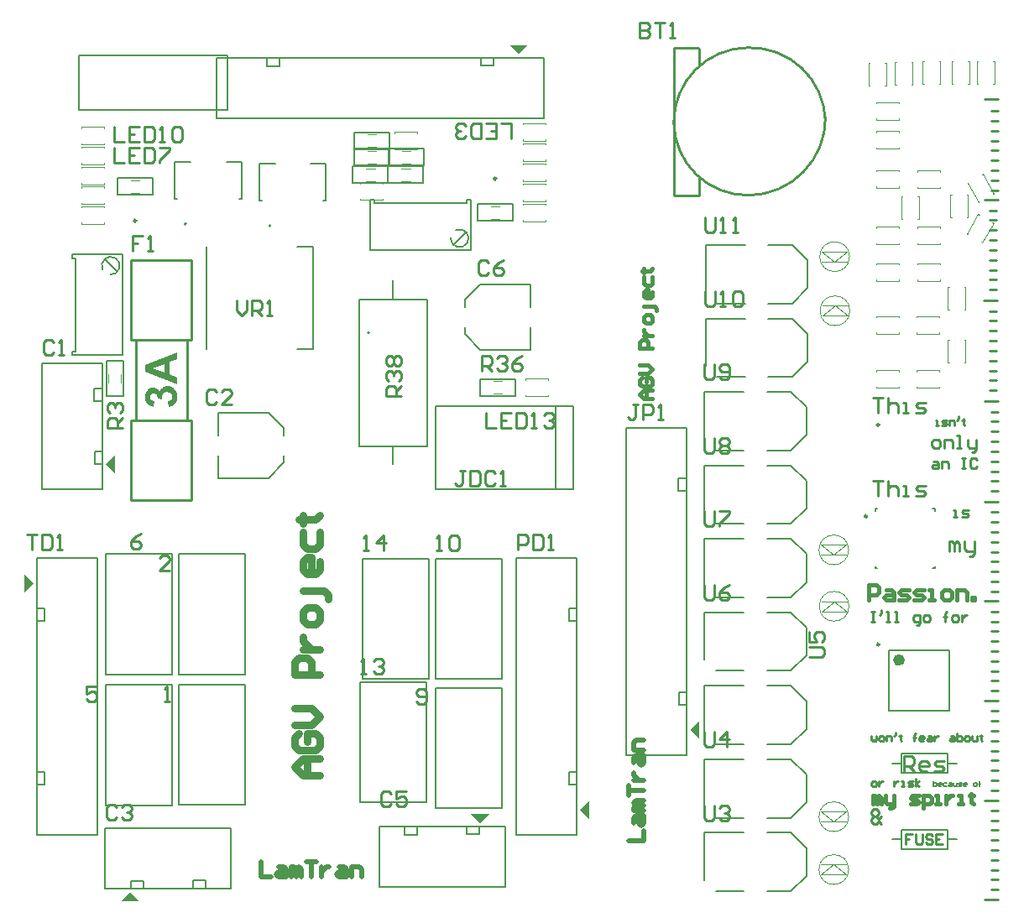
<source format=gto>
G04*
G04 #@! TF.GenerationSoftware,Altium Limited,Altium Designer,18.1.6 (161)*
G04*
G04 Layer_Color=65535*
%FSTAX24Y24*%
%MOIN*%
G70*
G01*
G75*
%ADD10C,0.0100*%
%ADD11C,0.0098*%
%ADD12C,0.0236*%
%ADD13C,0.0040*%
%ADD14C,0.0079*%
%ADD15C,0.0070*%
%ADD16C,0.0050*%
%ADD17C,0.0150*%
%ADD18C,0.0080*%
%ADD19C,0.0200*%
%ADD20C,0.0300*%
G36*
X089095Y036805D02*
X089805D01*
X089455Y037155D01*
Y037165D01*
X089095Y036805D01*
D02*
G37*
G36*
X103705Y040245D02*
X102995D01*
X103345Y039895D01*
Y039885D01*
X103705Y040245D01*
D02*
G37*
G36*
X107695Y04007D02*
Y04078D01*
X107345Y04043D01*
X107335D01*
X107695Y04007D01*
D02*
G37*
G36*
X085255Y04978D02*
Y04907D01*
X085605Y04942D01*
X085615D01*
X085255Y04978D01*
D02*
G37*
G36*
X112045Y043245D02*
Y043955D01*
X111695Y043605D01*
X111685D01*
X112045Y043245D01*
D02*
G37*
G36*
X088845Y053795D02*
Y054505D01*
X088495Y054155D01*
X088485D01*
X088845Y053795D01*
D02*
G37*
G36*
X10523Y070795D02*
X10452D01*
X10487Y070445D01*
Y070435D01*
X10523Y070795D01*
D02*
G37*
G36*
X09131Y058328D02*
X091024Y058221D01*
Y057711D01*
X09131Y057608D01*
Y057339D01*
X090047Y057829D01*
Y058098D01*
X09131Y058605D01*
Y058328D01*
D02*
G37*
G36*
X09096Y057262D02*
X090976Y05726D01*
X090991Y057258D01*
X09101Y057254D01*
X091031Y057248D01*
X091076Y057233D01*
X091099Y057223D01*
X091122Y057212D01*
X091147Y057198D01*
X09117Y057181D01*
X091193Y057162D01*
X091216Y057141D01*
X091218Y057139D01*
X091222Y057135D01*
X091227Y057129D01*
X091233Y057119D01*
X091243Y057108D01*
X091252Y057093D01*
X091264Y057077D01*
X091273Y057058D01*
X091285Y057037D01*
X091297Y057014D01*
X091306Y056989D01*
X091314Y056962D01*
X091322Y056933D01*
X091327Y056904D01*
X091331Y056872D01*
X091333Y056839D01*
Y056822D01*
X091331Y05681D01*
X091329Y056795D01*
X091327Y056777D01*
X091325Y056758D01*
X091322Y056739D01*
X09131Y056693D01*
X091291Y056645D01*
X091281Y056622D01*
X091268Y056597D01*
X091252Y056574D01*
X091235Y056552D01*
X091233Y056551D01*
X091231Y056549D01*
X091225Y056543D01*
X091218Y056535D01*
X091208Y056526D01*
X091195Y056516D01*
X091181Y056506D01*
X091166Y056495D01*
X091129Y056472D01*
X091085Y056451D01*
X091035Y056433D01*
X091006Y056428D01*
X090977Y056424D01*
X090949Y056658D01*
X090951D01*
X090953D01*
X090964Y05666D01*
X090979Y056664D01*
X091001Y05667D01*
X091022Y056677D01*
X091045Y056687D01*
X091068Y0567D01*
X091087Y056718D01*
X091089Y05672D01*
X091095Y056727D01*
X091102Y056737D01*
X09111Y056752D01*
X091118Y05677D01*
X091125Y056789D01*
X091131Y056812D01*
X091133Y056837D01*
Y05685D01*
X091129Y056864D01*
X091125Y056881D01*
X09112Y0569D01*
X09111Y056922D01*
X091097Y056943D01*
X091077Y056964D01*
X091076Y056966D01*
X091066Y056971D01*
X091054Y056981D01*
X091037Y056991D01*
X091014Y056998D01*
X090987Y057008D01*
X090956Y057014D01*
X090922Y057016D01*
X09092D01*
X090918D01*
X090906D01*
X090889Y057014D01*
X090868Y05701D01*
X090845Y057004D01*
X090822Y056995D01*
X090797Y056983D01*
X090776Y056966D01*
X090774Y056964D01*
X090768Y056956D01*
X090758Y056946D01*
X090749Y056931D01*
X090739Y056914D01*
X09073Y056893D01*
X090724Y05687D01*
X090722Y056845D01*
Y056827D01*
X090724Y056814D01*
X090726Y056798D01*
X09073Y056779D01*
X090735Y056758D01*
X090741Y056735D01*
X090545Y056762D01*
Y056777D01*
X090543Y056797D01*
X090541Y056818D01*
X090537Y056841D01*
X09053Y056866D01*
X090518Y056891D01*
X090505Y056912D01*
X090503Y056914D01*
X090497Y05692D01*
X090485Y056929D01*
X090472Y056939D01*
X090455Y056948D01*
X090434Y056958D01*
X09041Y056964D01*
X090384Y056966D01*
X090382D01*
X090372D01*
X090361Y056964D01*
X090347Y056962D01*
X090332Y056956D01*
X090314Y05695D01*
X090297Y056941D01*
X090282Y056927D01*
X09028Y056925D01*
X090276Y05692D01*
X09027Y056912D01*
X090263Y0569D01*
X090255Y056885D01*
X090249Y056868D01*
X090245Y056847D01*
X090243Y056823D01*
Y056814D01*
X090245Y056802D01*
X090249Y056787D01*
X090255Y05677D01*
X090263Y056752D01*
X090272Y056733D01*
X090288Y056716D01*
X090289Y056714D01*
X090295Y056708D01*
X090305Y056702D01*
X090318Y056693D01*
X090337Y056683D01*
X090359Y056675D01*
X090384Y056668D01*
X090412Y056664D01*
X090376Y056441D01*
X090374D01*
X09037Y056443D01*
X090364D01*
X090357Y056445D01*
X090336Y056451D01*
X090309Y056458D01*
X09028Y056468D01*
X090249Y056479D01*
X090218Y056495D01*
X090191Y05651D01*
X090188Y056512D01*
X09018Y05652D01*
X090168Y056529D01*
X090151Y056545D01*
X090134Y056564D01*
X090116Y056585D01*
X090099Y056612D01*
X090084Y056641D01*
Y056643D01*
X090082Y056645D01*
X090078Y056656D01*
X09007Y056674D01*
X090063Y056697D01*
X090057Y056725D01*
X090049Y056756D01*
X090045Y056793D01*
X090043Y056831D01*
Y056848D01*
X090045Y05686D01*
X090047Y056875D01*
X090049Y056893D01*
X090053Y056914D01*
X090057Y056935D01*
X090072Y056979D01*
X09008Y057004D01*
X090091Y057027D01*
X090105Y05705D01*
X09012Y057075D01*
X090138Y057096D01*
X090159Y057118D01*
X090161Y057119D01*
X090163Y057121D01*
X090168Y057125D01*
X090174Y057131D01*
X090193Y057146D01*
X09022Y057164D01*
X090251Y057179D01*
X090286Y057194D01*
X090326Y057204D01*
X090347Y057208D01*
X090368D01*
X09037D01*
X090376D01*
X090384Y057206D01*
X090395D01*
X09041Y057202D01*
X090426Y057198D01*
X090443Y057193D01*
X090462Y057185D01*
X090484Y057175D01*
X090505Y057164D01*
X090528Y057148D01*
X090549Y057131D01*
X090572Y05711D01*
X090593Y057085D01*
X090614Y057058D01*
X090633Y057025D01*
Y057027D01*
X090635Y057031D01*
Y057035D01*
X090637Y057043D01*
X090645Y057064D01*
X090655Y057087D01*
X090668Y057116D01*
X090687Y057144D01*
X09071Y057171D01*
X090737Y057198D01*
X090741Y0572D01*
X090751Y057208D01*
X090768Y057219D01*
X090791Y057231D01*
X09082Y057242D01*
X090854Y057254D01*
X090891Y057262D01*
X090933Y057264D01*
X090935D01*
X090941D01*
X090949D01*
X09096Y057262D01*
D02*
G37*
%LPC*%
G36*
X09081Y058138D02*
X090341Y057961D01*
X09081Y05779D01*
Y058138D01*
D02*
G37*
%LPD*%
D10*
X114036Y064837D02*
G03*
X117067Y067947I-000039J003071D01*
G01*
X111044Y067711D02*
G03*
X114036Y064837I002933J000059D01*
G01*
X113996Y070703D02*
G03*
X111044Y067711I00002J-002972D01*
G01*
X117067Y067789D02*
G03*
X113996Y070703I-002992J-000079D01*
G01*
X111044D02*
X112028D01*
X112067Y069994D02*
Y070663D01*
Y064837D02*
Y065545D01*
X111044Y064837D02*
X112067Y064837D01*
X111083D02*
X112028D01*
X111044Y064837D02*
X111122Y064837D01*
X111044Y064837D02*
Y070703D01*
X0919Y059094D02*
Y062264D01*
X0895Y059094D02*
Y062264D01*
X0919D01*
X0895Y059094D02*
X0919D01*
X0895Y055904D02*
X0919D01*
X0895Y052734D02*
X0919D01*
X0895D02*
Y055904D01*
X0919Y052734D02*
Y055904D01*
X09172Y057494D02*
Y059094D01*
X08968Y057494D02*
Y059094D01*
Y055904D02*
Y057504D01*
X09172Y055904D02*
Y057504D01*
X1193Y03985D02*
X1192Y03995D01*
X1191Y03985D01*
X119D01*
X1189Y03995D01*
Y04005D01*
X119Y04015D01*
X1189Y04025D01*
Y04035D01*
X119Y04045D01*
X1191D01*
X1192Y04035D01*
Y04025D01*
X1191Y04015D01*
X1192Y04005D01*
Y03995D01*
X1193Y04015D02*
X1192Y04005D01*
X119Y04015D02*
X1191D01*
X11895Y04135D02*
X11905D01*
X1191Y0414D01*
Y0415D01*
X11905Y04155D01*
X11895D01*
X1189Y0415D01*
Y0414D01*
X11895Y04135D01*
X1192Y04155D02*
Y04135D01*
Y04145D01*
X11925Y0415D01*
X1193Y04155D01*
X11935D01*
X1198D02*
Y04135D01*
Y04145D01*
X11985Y0415D01*
X1199Y04155D01*
X11995D01*
X1201Y04135D02*
X1202D01*
X12015D01*
Y04155D01*
X1201D01*
X12035Y04135D02*
X120499D01*
X120549Y0414D01*
X120499Y04145D01*
X1204D01*
X12035Y0415D01*
X1204Y04155D01*
X120549D01*
X120649Y04135D02*
Y04165D01*
Y04145D02*
X120799Y04155D01*
X120649Y04145D02*
X120799Y04135D01*
X1189Y04335D02*
Y0432D01*
X11895Y04315D01*
X119Y0432D01*
X11905Y04315D01*
X1191Y0432D01*
Y04335D01*
X11925Y04315D02*
X11935D01*
X1194Y0432D01*
Y0433D01*
X11935Y04335D01*
X11925D01*
X1192Y0433D01*
Y0432D01*
X11925Y04315D01*
X1195D02*
Y04335D01*
X11965D01*
X1197Y0433D01*
Y04315D01*
X11985Y0435D02*
Y0434D01*
X1198Y04335D01*
X12005Y0434D02*
Y04335D01*
X12D01*
X1201D01*
X12005D01*
Y0432D01*
X1201Y04315D01*
X120599D02*
Y0434D01*
Y0433D01*
X120549D01*
X120649D01*
X120599D01*
Y0434D01*
X120649Y04345D01*
X120949Y04315D02*
X120849D01*
X120799Y0432D01*
Y0433D01*
X120849Y04335D01*
X120949D01*
X120999Y0433D01*
Y04325D01*
X120799D01*
X121149Y04335D02*
X121249D01*
X121299Y0433D01*
Y04315D01*
X121149D01*
X121099Y0432D01*
X121149Y04325D01*
X121299D01*
X121399Y04335D02*
Y04315D01*
Y04325D01*
X121449Y0433D01*
X121499Y04335D01*
X121549D01*
X122049D02*
X122149D01*
X122199Y0433D01*
Y04315D01*
X122049D01*
X121999Y0432D01*
X122049Y04325D01*
X122199D01*
X122299Y04345D02*
Y04315D01*
X122449D01*
X122499Y0432D01*
Y04325D01*
Y0433D01*
X122449Y04335D01*
X122299D01*
X122649Y04315D02*
X122749D01*
X122799Y0432D01*
Y0433D01*
X122749Y04335D01*
X122649D01*
X122599Y0433D01*
Y0432D01*
X122649Y04315D01*
X122899Y04335D02*
Y0432D01*
X122949Y04315D01*
X123099D01*
Y04335D01*
X123249Y0434D02*
Y04335D01*
X123199D01*
X123299D01*
X123249D01*
Y0432D01*
X123299Y04315D01*
X1189Y0483D02*
X119033D01*
X118967D01*
Y0479D01*
X1189D01*
X119033D01*
X1193Y048367D02*
Y048233D01*
X119233Y048167D01*
X1195Y0479D02*
X119633D01*
X119566D01*
Y0483D01*
X1195D01*
X119833Y0479D02*
X119966D01*
X1199D01*
Y0483D01*
X119833D01*
X120699Y047767D02*
X120766D01*
X120833Y047833D01*
Y048167D01*
X120633D01*
X120566Y0481D01*
Y047967D01*
X120633Y0479D01*
X120833D01*
X121033D02*
X121166D01*
X121233Y047967D01*
Y0481D01*
X121166Y048167D01*
X121033D01*
X120966Y0481D01*
Y047967D01*
X121033Y0479D01*
X121832D02*
Y048233D01*
Y0481D01*
X121766D01*
X121899D01*
X121832D01*
Y048233D01*
X121899Y0483D01*
X122166Y0479D02*
X122299D01*
X122366Y047967D01*
Y0481D01*
X122299Y048167D01*
X122166D01*
X122099Y0481D01*
Y047967D01*
X122166Y0479D01*
X122499Y048167D02*
Y0479D01*
Y048033D01*
X122565Y0481D01*
X122632Y048167D01*
X122699D01*
X121975Y0507D02*
Y0511D01*
X122075D01*
X122175Y051D01*
Y0507D01*
Y051D01*
X122275Y0511D01*
X122375Y051D01*
Y0507D01*
X122575Y0511D02*
Y0508D01*
X122675Y0507D01*
X122975D01*
Y0506D01*
X122875Y0505D01*
X122775D01*
X122975Y0507D02*
Y0511D01*
X12215Y05205D02*
X122283D01*
X122217D01*
Y052317D01*
X12215D01*
X122483Y05205D02*
X122683D01*
X12275Y052117D01*
X122683Y052183D01*
X12255D01*
X122483Y05225D01*
X12255Y052317D01*
X12275D01*
X11895Y0535D02*
X11935D01*
X11915D01*
Y0529D01*
X11955Y0535D02*
Y0529D01*
Y0532D01*
X11965Y0533D01*
X11985D01*
X11995Y0532D01*
Y0529D01*
X12015D02*
X12035D01*
X12025D01*
Y0533D01*
X12015D01*
X120649Y0529D02*
X120949D01*
X121049Y053D01*
X120949Y0531D01*
X120749D01*
X120649Y0532D01*
X120749Y0533D01*
X121049D01*
X121367Y054267D02*
X1215D01*
X121567Y0542D01*
Y054D01*
X121367D01*
X1213Y054067D01*
X121367Y054133D01*
X121567D01*
X1217Y054D02*
Y054267D01*
X1219D01*
X121966Y0542D01*
Y054D01*
X1225Y0544D02*
X122633D01*
X122566D01*
Y054D01*
X1225D01*
X122633D01*
X123099Y054333D02*
X123033Y0544D01*
X122899D01*
X122833Y054333D01*
Y054067D01*
X122899Y054D01*
X123033D01*
X123099Y054067D01*
X121383Y0548D02*
X12155D01*
X121633Y054883D01*
Y05505D01*
X12155Y055133D01*
X121383D01*
X1213Y05505D01*
Y054883D01*
X121383Y0548D01*
X1218D02*
Y055133D01*
X12205D01*
X122133Y05505D01*
Y0548D01*
X1223D02*
X122466D01*
X122383D01*
Y0553D01*
X1223D01*
X122716Y055133D02*
Y054883D01*
X1228Y0548D01*
X123049D01*
Y054717D01*
X122966Y054633D01*
X122883D01*
X123049Y0548D02*
Y055133D01*
X12145Y0557D02*
X12155D01*
X1215D01*
Y0559D01*
X12145D01*
X1217Y0557D02*
X12185D01*
X1219Y05575D01*
X12185Y0558D01*
X12175D01*
X1217Y05585D01*
X12175Y0559D01*
X1219D01*
X122Y0557D02*
Y0559D01*
X12215D01*
X1222Y05585D01*
Y0557D01*
X12235Y05605D02*
Y05595D01*
X1223Y0559D01*
X12255Y05595D02*
Y0559D01*
X1225D01*
X1226D01*
X12255D01*
Y05575D01*
X1226Y0557D01*
X11895Y0568D02*
X11935D01*
X11915D01*
Y0562D01*
X11955Y0568D02*
Y0562D01*
Y0565D01*
X11965Y0566D01*
X11985D01*
X11995Y0565D01*
Y0562D01*
X12015D02*
X12035D01*
X12025D01*
Y0566D01*
X12015D01*
X120649Y0562D02*
X120949D01*
X121049Y0563D01*
X120949Y0564D01*
X120749D01*
X120649Y0565D01*
X120749Y0566D01*
X121049D01*
X12365Y068189D02*
X123917D01*
X12365Y067795D02*
X123917D01*
X12365Y067401D02*
X123917D01*
X12365Y067007D02*
X123917D01*
X12365Y066614D02*
X123917D01*
X12365Y06622D02*
X123917D01*
X12365Y065826D02*
X123917D01*
X12365Y065432D02*
X123917D01*
X12365Y065039D02*
X123917D01*
X1236Y064239D02*
X123867D01*
X1236Y063845D02*
X123867D01*
X1236Y063451D02*
X123867D01*
X1236Y063057D02*
X123867D01*
X1236Y062664D02*
X123867D01*
X1236Y06227D02*
X123867D01*
X1236Y061876D02*
X123867D01*
X1236Y061482D02*
X123867D01*
X1236Y061089D02*
X123867D01*
X1236Y060239D02*
X123867D01*
X1236Y059845D02*
X123867D01*
X1236Y059451D02*
X123867D01*
X1236Y059057D02*
X123867D01*
X1236Y058664D02*
X123867D01*
X1236Y05827D02*
X123867D01*
X1236Y057876D02*
X123867D01*
X1236Y057482D02*
X123867D01*
X1236Y057089D02*
X123867D01*
X12365Y056239D02*
X123917D01*
X12365Y055845D02*
X123917D01*
X12365Y055451D02*
X123917D01*
X12365Y055057D02*
X123917D01*
X12365Y054664D02*
X123917D01*
X12365Y05427D02*
X123917D01*
X12365Y053876D02*
X123917D01*
X12365Y053482D02*
X123917D01*
X12365Y053089D02*
X123917D01*
X12365Y0491D02*
X123917D01*
X12365Y049494D02*
X123917D01*
X12365Y049887D02*
X123917D01*
X12365Y050281D02*
X123917D01*
X12365Y050675D02*
X123917D01*
X12365Y051069D02*
X123917D01*
X12365Y051462D02*
X123917D01*
X12365Y051856D02*
X123917D01*
X12365Y05225D02*
X123917D01*
X12365Y04515D02*
X123917D01*
X12365Y045544D02*
X123917D01*
X12365Y045937D02*
X123917D01*
X12365Y046331D02*
X123917D01*
X12365Y046725D02*
X123917D01*
X12365Y047119D02*
X123917D01*
X12365Y047512D02*
X123917D01*
X12365Y047906D02*
X123917D01*
X12365Y0483D02*
X123917D01*
X12365Y0412D02*
X123917D01*
X12365Y041594D02*
X123917D01*
X12365Y041987D02*
X123917D01*
X12365Y042381D02*
X123917D01*
X12365Y042775D02*
X123917D01*
X12365Y043169D02*
X123917D01*
X12365Y043562D02*
X123917D01*
X12365Y043956D02*
X123917D01*
X12365Y04435D02*
X123917D01*
X12365Y0404D02*
X123917D01*
X12365Y040006D02*
X123917D01*
X12365Y039612D02*
X123917D01*
X12365Y039219D02*
X123917D01*
X12365Y038825D02*
X123917D01*
X12365Y038431D02*
X123917D01*
X12365Y038037D02*
X123917D01*
X12365Y037644D02*
X123917D01*
X12365Y03725D02*
X123917D01*
X12335Y060662D02*
X123883D01*
X1234Y064656D02*
X123933D01*
X1234Y056669D02*
X123933D01*
X1234Y052675D02*
X123933D01*
X1234Y06865D02*
X123933D01*
X1234Y048719D02*
X123933D01*
X1234Y044762D02*
X123933D01*
X1234Y040806D02*
X123933D01*
X1234Y03685D02*
X123933D01*
X120517Y03945D02*
X12025D01*
Y03925D01*
X120383D01*
X12025D01*
Y03905D01*
X12065Y03945D02*
Y039117D01*
X120717Y03905D01*
X12085D01*
X120916Y039117D01*
Y03945D01*
X121316Y039383D02*
X12125Y03945D01*
X121116D01*
X12105Y039383D01*
Y039317D01*
X121116Y03925D01*
X12125D01*
X121316Y039183D01*
Y039117D01*
X12125Y03905D01*
X121116D01*
X12105Y039117D01*
X121716Y03945D02*
X12145D01*
Y03905D01*
X121716D01*
X12145Y03925D02*
X121583D01*
X120175Y04195D02*
Y04255D01*
X120475D01*
X120575Y04245D01*
Y04225D01*
X120475Y04215D01*
X120175D01*
X120375D02*
X120575Y04195D01*
X121075D02*
X120875D01*
X120775Y04205D01*
Y04225D01*
X120875Y04235D01*
X121075D01*
X121175Y04225D01*
Y04215D01*
X120775D01*
X121375Y04195D02*
X121675D01*
X121774Y04205D01*
X121675Y04215D01*
X121475D01*
X121375Y04225D01*
X121475Y04235D01*
X121774D01*
X10967Y07168D02*
Y07108D01*
X10997D01*
X11007Y07118D01*
Y07128D01*
X10997Y07138D01*
X10967D01*
X10997D01*
X11007Y07148D01*
Y07158D01*
X10997Y07168D01*
X10967D01*
X11027D02*
X11067D01*
X11047D01*
Y07108D01*
X11087D02*
X11107D01*
X11097D01*
Y07168D01*
X11087Y07158D01*
X112295Y06395D02*
Y06345D01*
X112395Y06335D01*
X112595D01*
X112695Y06345D01*
Y06395D01*
X112895Y06335D02*
X113095D01*
X112995D01*
Y06395D01*
X112895Y06385D01*
X113395Y06335D02*
X113595D01*
X113495D01*
Y06395D01*
X113395Y06385D01*
X112293Y061031D02*
Y060531D01*
X112393Y060431D01*
X112593D01*
X112693Y060531D01*
Y061031D01*
X112892Y060431D02*
X113092D01*
X112992D01*
Y061031D01*
X112892Y060931D01*
X113392D02*
X113492Y061031D01*
X113692D01*
X113792Y060931D01*
Y060531D01*
X113692Y060431D01*
X113492D01*
X113392Y060531D01*
Y060931D01*
X11225Y058113D02*
Y057613D01*
X11235Y057513D01*
X11255D01*
X11265Y057613D01*
Y058113D01*
X11285Y057613D02*
X11295Y057513D01*
X11315D01*
X11325Y057613D01*
Y058013D01*
X11315Y058113D01*
X11295D01*
X11285Y058013D01*
Y057913D01*
X11295Y057813D01*
X11325D01*
X112243Y055196D02*
Y054696D01*
X112343Y054596D01*
X112543D01*
X112643Y054696D01*
Y055196D01*
X112842Y055096D02*
X112942Y055196D01*
X113142D01*
X113242Y055096D01*
Y054996D01*
X113142Y054896D01*
X113242Y054796D01*
Y054696D01*
X113142Y054596D01*
X112942D01*
X112842Y054696D01*
Y054796D01*
X112942Y054896D01*
X112842Y054996D01*
Y055096D01*
X112942Y054896D02*
X113142D01*
X112243Y052278D02*
Y051778D01*
X112343Y051678D01*
X112543D01*
X112643Y051778D01*
Y052278D01*
X112842D02*
X113242D01*
Y052178D01*
X112842Y051778D01*
Y051678D01*
X112243Y049359D02*
Y048859D01*
X112343Y048759D01*
X112543D01*
X112643Y048859D01*
Y049359D01*
X113242D02*
X113042Y049259D01*
X112842Y049059D01*
Y048859D01*
X112942Y048759D01*
X113142D01*
X113242Y048859D01*
Y048959D01*
X113142Y049059D01*
X112842D01*
X116433Y046487D02*
X116933D01*
X117033Y046587D01*
Y046787D01*
X116933Y046887D01*
X116433D01*
Y047487D02*
Y047087D01*
X116733D01*
X116633Y047287D01*
Y047387D01*
X116733Y047487D01*
X116933D01*
X117033Y047387D01*
Y047187D01*
X116933Y047087D01*
X112243Y04352D02*
Y04302D01*
X112343Y04292D01*
X112543D01*
X112643Y04302D01*
Y04352D01*
X113142Y04292D02*
Y04352D01*
X112842Y04322D01*
X113242D01*
X112243Y0406D02*
Y0401D01*
X112343Y04D01*
X112543D01*
X112643Y0401D01*
Y0406D01*
X112842Y0405D02*
X112942Y0406D01*
X113142D01*
X113242Y0405D01*
Y0404D01*
X113142Y0403D01*
X113042D01*
X113142D01*
X113242Y0402D01*
Y0401D01*
X113142Y04D01*
X112942D01*
X112842Y0401D01*
X109615Y056535D02*
X109415D01*
X109515D01*
Y056035D01*
X109415Y055935D01*
X109315D01*
X109215Y056035D01*
X109815Y055935D02*
Y056535D01*
X110115D01*
X110215Y056435D01*
Y056235D01*
X110115Y056135D01*
X109815D01*
X110415Y055935D02*
X110615D01*
X110515D01*
Y056535D01*
X110415Y056435D01*
X088825Y06755D02*
Y06695D01*
X089225D01*
X089825Y06755D02*
X089425D01*
Y06695D01*
X089825D01*
X089425Y06725D02*
X089625D01*
X090025Y06755D02*
Y06695D01*
X090325D01*
X090424Y06705D01*
Y06745D01*
X090325Y06755D01*
X090025D01*
X090624Y06695D02*
X090824D01*
X090724D01*
Y06755D01*
X090624Y06745D01*
X091124D02*
X091224Y06755D01*
X091424D01*
X091524Y06745D01*
Y06705D01*
X091424Y06695D01*
X091224D01*
X091124Y06705D01*
Y06745D01*
X088825Y066712D02*
Y066112D01*
X089225D01*
X089825Y066712D02*
X089425D01*
Y066112D01*
X089825D01*
X089425Y066412D02*
X089625D01*
X090025Y066712D02*
Y066112D01*
X090325D01*
X090424Y066212D01*
Y066612D01*
X090325Y066712D01*
X090025D01*
X090624D02*
X091024D01*
Y066612D01*
X090624Y066212D01*
Y066112D01*
X1046Y0671D02*
Y0677D01*
X1042D01*
X1036Y0671D02*
X104D01*
Y0677D01*
X1036D01*
X104Y0674D02*
X1038D01*
X1034Y0671D02*
Y0677D01*
X1031D01*
X103001Y0676D01*
Y0672D01*
X1031Y0671D01*
X1034D01*
X102801Y0672D02*
X102701Y0671D01*
X102501D01*
X102401Y0672D01*
Y0673D01*
X102501Y0674D01*
X102601D01*
X102501D01*
X102401Y0675D01*
Y0676D01*
X102501Y0677D01*
X102701D01*
X102801Y0676D01*
X092875Y05702D02*
X092775Y05712D01*
X092575D01*
X092475Y05702D01*
Y05662D01*
X092575Y05652D01*
X092775D01*
X092875Y05662D01*
X093474Y05652D02*
X093075D01*
X093474Y05692D01*
Y05702D01*
X093374Y05712D01*
X093174D01*
X093075Y05702D01*
X10023Y05686D02*
X09963D01*
Y05716D01*
X09973Y05726D01*
X09993D01*
X10003Y05716D01*
Y05686D01*
Y05706D02*
X10023Y05726D01*
X09973Y05746D02*
X09963Y05756D01*
Y05776D01*
X09973Y05786D01*
X09983D01*
X09993Y05776D01*
Y05766D01*
Y05776D01*
X10003Y05786D01*
X10013D01*
X10023Y05776D01*
Y05756D01*
X10013Y05746D01*
X09973Y05806D02*
X09963Y05816D01*
Y05836D01*
X09973Y058459D01*
X09983D01*
X09993Y05836D01*
X10003Y058459D01*
X10013D01*
X10023Y05836D01*
Y05816D01*
X10013Y05806D01*
X10003D01*
X09993Y05816D01*
X09983Y05806D01*
X09973D01*
X09993Y05816D02*
Y05836D01*
X10486Y05076D02*
Y05136D01*
X10516D01*
X10526Y05126D01*
Y05106D01*
X10516Y05096D01*
X10486D01*
X10546Y05136D02*
Y05076D01*
X10576D01*
X10586Y05086D01*
Y05126D01*
X10576Y05136D01*
X10546D01*
X10606Y05076D02*
X10626D01*
X10616D01*
Y05136D01*
X10606Y05126D01*
X08995Y063214D02*
X08955D01*
Y062914D01*
X08975D01*
X08955D01*
Y062614D01*
X09015D02*
X09035D01*
X09025D01*
Y063214D01*
X09015Y063114D01*
X08642Y05898D02*
X08632Y05908D01*
X08612D01*
X08602Y05898D01*
Y05858D01*
X08612Y05848D01*
X08632D01*
X08642Y05858D01*
X08662Y05848D02*
X08682D01*
X08672D01*
Y05908D01*
X08662Y05898D01*
X0937Y06065D02*
Y06025D01*
X0939Y06005D01*
X0941Y06025D01*
Y06065D01*
X0943Y06005D02*
Y06065D01*
X0946D01*
X0947Y06055D01*
Y06035D01*
X0946Y06025D01*
X0943D01*
X0945D02*
X0947Y06005D01*
X0949D02*
X0951D01*
X095D01*
Y06065D01*
X0949Y06055D01*
X10343Y05786D02*
Y05846D01*
X10373D01*
X10383Y05836D01*
Y05816D01*
X10373Y05806D01*
X10343D01*
X10363D02*
X10383Y05786D01*
X10403Y05836D02*
X10413Y05846D01*
X10433D01*
X10443Y05836D01*
Y05826D01*
X10433Y05816D01*
X10423D01*
X10433D01*
X10443Y05806D01*
Y05796D01*
X10433Y05786D01*
X10413D01*
X10403Y05796D01*
X105029Y05846D02*
X10483Y05836D01*
X10463Y05816D01*
Y05796D01*
X10473Y05786D01*
X10493D01*
X105029Y05796D01*
Y05806D01*
X10493Y05816D01*
X10463D01*
X089163Y0556D02*
X088563D01*
Y0559D01*
X088663Y056D01*
X088863D01*
X088963Y0559D01*
Y0556D01*
Y0558D02*
X089163Y056D01*
X088663Y0562D02*
X088563Y0563D01*
Y0565D01*
X088663Y0566D01*
X088763D01*
X088863Y0565D01*
Y0564D01*
Y0565D01*
X088963Y0566D01*
X089063D01*
X089163Y0565D01*
Y0563D01*
X089063Y0562D01*
X1036Y056189D02*
Y055589D01*
X104D01*
X1046Y056189D02*
X1042D01*
Y055589D01*
X1046D01*
X1042Y055889D02*
X1044D01*
X1048Y056189D02*
Y055589D01*
X1051D01*
X105199Y055689D01*
Y056089D01*
X1051Y056189D01*
X1048D01*
X105399Y055589D02*
X105599D01*
X105499D01*
Y056189D01*
X105399Y056089D01*
X105899D02*
X105999Y056189D01*
X106199D01*
X106299Y056089D01*
Y055989D01*
X106199Y055889D01*
X106099D01*
X106199D01*
X106299Y055789D01*
Y055689D01*
X106199Y055589D01*
X105999D01*
X105899Y055689D01*
X10275Y053897D02*
X10255D01*
X10265D01*
Y053397D01*
X10255Y053297D01*
X10245D01*
X10235Y053397D01*
X10295Y053897D02*
Y053297D01*
X10325D01*
X10335Y053397D01*
Y053797D01*
X10325Y053897D01*
X10295D01*
X103949Y053797D02*
X10385Y053897D01*
X10365D01*
X10355Y053797D01*
Y053397D01*
X10365Y053297D01*
X10385D01*
X103949Y053397D01*
X104149Y053297D02*
X104349D01*
X104249D01*
Y053897D01*
X104149Y053797D01*
X1037Y06215D02*
X1036Y06225D01*
X1034D01*
X1033Y06215D01*
Y06175D01*
X1034Y06165D01*
X1036D01*
X1037Y06175D01*
X1043Y06225D02*
X1041Y06215D01*
X1039Y06195D01*
Y06175D01*
X104Y06165D01*
X1042D01*
X1043Y06175D01*
Y06185D01*
X1042Y06195D01*
X1039D01*
X09981Y041045D02*
X09971Y041145D01*
X09951D01*
X09941Y041045D01*
Y040645D01*
X09951Y040545D01*
X09971D01*
X09981Y040645D01*
X10041Y041145D02*
X10001D01*
Y040845D01*
X10021Y040945D01*
X10031D01*
X10041Y040845D01*
Y040645D01*
X10031Y040545D01*
X10011D01*
X10001Y040645D01*
X09873Y05074D02*
X09893D01*
X09883D01*
Y05134D01*
X09873Y05124D01*
X09953Y05074D02*
Y05134D01*
X09923Y05104D01*
X09963D01*
X09863Y045835D02*
X09883D01*
X09873D01*
Y046435D01*
X09863Y046335D01*
X09913D02*
X09923Y046435D01*
X09943D01*
X09953Y046335D01*
Y046235D01*
X09943Y046135D01*
X09933D01*
X09943D01*
X09953Y046035D01*
Y045935D01*
X09943Y045835D01*
X09923D01*
X09913Y045935D01*
X10163Y05074D02*
X10183D01*
X10173D01*
Y05134D01*
X10163Y05124D01*
X10213D02*
X10223Y05134D01*
X10243D01*
X10253Y05124D01*
Y05084D01*
X10243Y05074D01*
X10223D01*
X10213Y05084D01*
Y05124D01*
X10083Y04471D02*
X10093Y04461D01*
X10113D01*
X10123Y04471D01*
Y04511D01*
X10113Y04521D01*
X10093D01*
X10083Y04511D01*
Y04501D01*
X10093Y04491D01*
X10123D01*
X08536Y05136D02*
X08576D01*
X08556D01*
Y05076D01*
X08596Y05136D02*
Y05076D01*
X08626D01*
X08636Y05086D01*
Y05126D01*
X08626Y05136D01*
X08596D01*
X08656Y05076D02*
X08676D01*
X08666D01*
Y05136D01*
X08656Y05126D01*
X08892Y04054D02*
X08882Y04064D01*
X08862D01*
X08852Y04054D01*
Y04014D01*
X08862Y04004D01*
X08882D01*
X08892Y04014D01*
X08912Y04054D02*
X08922Y04064D01*
X08942D01*
X08952Y04054D01*
Y04044D01*
X08942Y04034D01*
X08932D01*
X08942D01*
X08952Y04024D01*
Y04014D01*
X08942Y04004D01*
X08922D01*
X08912Y04014D01*
X08813Y04532D02*
X08773D01*
Y04502D01*
X08793Y04512D01*
X08803D01*
X08813Y04502D01*
Y04482D01*
X08803Y04472D01*
X08783D01*
X08773Y04482D01*
X0899Y0514D02*
X0897Y0513D01*
X0895Y0511D01*
Y0509D01*
X0896Y0508D01*
X0898D01*
X0899Y0509D01*
Y051D01*
X0898Y0511D01*
X0895D01*
X09083Y04474D02*
X09103D01*
X09093D01*
Y04534D01*
X09083Y04524D01*
X09103Y04992D02*
X09063D01*
X09103Y05032D01*
Y05042D01*
X09093Y05052D01*
X09073D01*
X09063Y05042D01*
D11*
X118723Y052084D02*
G03*
X118723Y052084I-000049J0D01*
G01*
X119206Y055715D02*
G03*
X119206Y055715I-000049J0D01*
G01*
X11921Y046993D02*
G03*
X11921Y046993I-000049J0D01*
G01*
X089699Y063824D02*
G03*
X089699Y063824I-000049J0D01*
G01*
X103999Y065501D02*
G03*
X103999Y065501I-000049J0D01*
G01*
D12*
X120106Y046373D02*
G03*
X120106Y046373I-000118J0D01*
G01*
D13*
X117991Y050748D02*
G03*
X117991Y050748I-000591J0D01*
G01*
X118003Y048509D02*
G03*
X118003Y048509I-000591J0D01*
G01*
X118036Y060248D02*
G03*
X118036Y060248I-000591J0D01*
G01*
X118023Y062398D02*
G03*
X118023Y062398I-000591J0D01*
G01*
X117991Y03805D02*
G03*
X117991Y03805I-000591J0D01*
G01*
Y04015D02*
G03*
X117991Y04015I-000591J0D01*
G01*
X119988Y068483D02*
Y068533D01*
X119088D02*
X119988D01*
X119088Y068483D02*
Y068533D01*
X119988Y067833D02*
Y067883D01*
X119088Y067833D02*
X119988D01*
X119088D02*
Y067883D01*
X119425Y069183D02*
X119475D01*
Y070083D01*
X119425D02*
X119475D01*
X118775Y069183D02*
X118825D01*
X118775D02*
Y070083D01*
X118825D01*
X120475Y069218D02*
X120525D01*
Y070118D01*
X120475D02*
X120525D01*
X119825Y069218D02*
X119875D01*
X119825D02*
Y070118D01*
X119875D01*
X121575Y069246D02*
X121625D01*
Y070146D01*
X121575D02*
X121625D01*
X120925Y069246D02*
X120975D01*
X120925D02*
Y070146D01*
X120975D01*
X122724Y069246D02*
X122774D01*
Y070146D01*
X122724D02*
X122774D01*
X122074Y069246D02*
X122124D01*
X122074D02*
Y070146D01*
X122124D01*
X123725Y069246D02*
X123775D01*
Y070146D01*
X123725D02*
X123775D01*
X123075Y069246D02*
X123125D01*
X123075D02*
Y070146D01*
X123125D01*
X120725Y0639D02*
X120775D01*
Y0648D01*
X120725D02*
X120775D01*
X120075Y0639D02*
X120125D01*
X120075D02*
Y0648D01*
X120125D01*
X119988Y063533D02*
Y063583D01*
X119088D02*
X119988D01*
X119088Y063533D02*
Y063583D01*
X119988Y062883D02*
Y062933D01*
X119088Y062883D02*
X119988D01*
X119088D02*
Y062933D01*
X121625Y063533D02*
Y063583D01*
X120725D02*
X121625D01*
X120725Y063533D02*
Y063583D01*
X121625Y062883D02*
Y062933D01*
X120725Y062883D02*
X121625D01*
X120725D02*
Y062933D01*
X122675Y06395D02*
X122725D01*
Y06485D01*
X122675D02*
X122725D01*
X122025Y06395D02*
X122075D01*
X122025D02*
Y06485D01*
X122075D01*
X121625Y065776D02*
Y065826D01*
X120725D02*
X121625D01*
X120725Y065776D02*
Y065826D01*
X121625Y065126D02*
Y065176D01*
X120725Y065126D02*
X121625D01*
X120725D02*
Y065176D01*
X119988Y065783D02*
Y065833D01*
X119088D02*
X119988D01*
X119088Y065783D02*
Y065833D01*
X119988Y065133D02*
Y065183D01*
X119088Y065133D02*
X119988D01*
X119088D02*
Y065183D01*
X119988Y067333D02*
Y067383D01*
X119088D02*
X119988D01*
X119088Y067333D02*
Y067383D01*
X119988Y066683D02*
Y066733D01*
X119088Y066683D02*
X119988D01*
X119088D02*
Y066733D01*
X121601Y059983D02*
Y060033D01*
X120701D02*
X121601D01*
X120701Y059983D02*
Y060033D01*
X121601Y059333D02*
Y059383D01*
X120701Y059333D02*
X121601D01*
X120701D02*
Y059383D01*
X119998Y059983D02*
Y060033D01*
X119098D02*
X119998D01*
X119098Y059983D02*
Y060033D01*
X119998Y059333D02*
Y059383D01*
X119098Y059333D02*
X119998D01*
X119098D02*
Y059383D01*
X121925Y061183D02*
X121975D01*
X121925Y060283D02*
Y061183D01*
Y060283D02*
X121975D01*
X122575Y061183D02*
X122625D01*
Y060283D02*
Y061183D01*
X122575Y060283D02*
X122625D01*
X12162Y062083D02*
Y062133D01*
X12072D02*
X12162D01*
X12072Y062083D02*
Y062133D01*
X12162Y061433D02*
Y061483D01*
X12072Y061433D02*
X12162D01*
X12072D02*
Y061483D01*
X119998Y062083D02*
Y062133D01*
X119098D02*
X119998D01*
X119098Y062083D02*
Y062133D01*
X119998Y061433D02*
Y061483D01*
X119098Y061433D02*
X119998D01*
X119098D02*
Y061483D01*
X123133Y064088D02*
X123176Y064063D01*
X122683Y063308D02*
X123133Y064088D01*
X122683Y063308D02*
X122726Y063283D01*
X123695Y063763D02*
X123739Y063738D01*
X123289Y062958D02*
X123739Y063738D01*
X123245Y062983D02*
X123289Y062958D01*
X12372Y064883D02*
X123764Y064908D01*
X123314Y065688D02*
X123764Y064908D01*
X12327Y065663D02*
X123314Y065688D01*
X123158Y064558D02*
X123201Y064583D01*
X122708Y065338D02*
X123158Y064558D01*
X122708Y065338D02*
X122751Y065363D01*
X122574Y058183D02*
X122624D01*
Y059083D01*
X122574D02*
X122624D01*
X121924Y058183D02*
X121974D01*
X121924D02*
Y059083D01*
X121974D01*
X121601Y057833D02*
Y057883D01*
X120701D02*
X121601D01*
X120701Y057833D02*
Y057883D01*
X121601Y057183D02*
Y057233D01*
X120701Y057183D02*
X121601D01*
X120701D02*
Y057233D01*
X119998Y057833D02*
Y057883D01*
X119098D02*
X119998D01*
X119098Y057833D02*
Y057883D01*
X119998Y057183D02*
Y057233D01*
X119098Y057183D02*
X119998D01*
X119098D02*
Y057233D01*
X1174Y050548D02*
X1179D01*
X1174D02*
X1179Y050948D01*
X1169Y050548D02*
X1174D01*
X1169Y050948D02*
X1174Y050548D01*
X1169Y050948D02*
X1179D01*
X116913Y048709D02*
X117413D01*
X116913Y048309D02*
X117413Y048709D01*
X117913D01*
X117413D02*
X117913Y048309D01*
X116913D02*
X117913D01*
X116945Y060448D02*
X117445D01*
X116945Y060048D02*
X117445Y060448D01*
X117945D01*
X117445D02*
X117945Y060048D01*
X116945D02*
X117945D01*
X117433Y062198D02*
X117933D01*
X117433D02*
X117933Y062598D01*
X116933Y062198D02*
X117433D01*
X116933Y062598D02*
X117433Y062198D01*
X116933Y062598D02*
X117933D01*
X1169Y03825D02*
X1174D01*
X1169Y03785D02*
X1174Y03825D01*
X1179D01*
X1174D02*
X1179Y03785D01*
X1169D02*
X1179D01*
X1174Y03995D02*
X1179D01*
X1174D02*
X1179Y04035D01*
X1169Y03995D02*
X1174D01*
X1169Y04035D02*
X1174Y03995D01*
X1169Y04035D02*
X1179D01*
X0886Y05738D02*
Y05772D01*
X0891Y05738D02*
Y05772D01*
X0986Y06465D02*
Y0647D01*
Y06465D02*
X0995D01*
Y0647D01*
X0986Y0653D02*
Y06535D01*
X0995D01*
Y0653D02*
Y06535D01*
X09883Y0659D02*
X09917D01*
X09883Y0654D02*
X09917D01*
X09888Y06675D02*
X09922D01*
X09888Y06725D02*
X09922D01*
X09995Y06665D02*
Y0667D01*
Y06665D02*
X10085D01*
Y0667D01*
X09995Y0673D02*
Y06735D01*
X10085D01*
Y0673D02*
Y06735D01*
X100243Y0666D02*
X100583D01*
X100243Y0661D02*
X100583D01*
X09888Y0666D02*
X09922D01*
X09888Y0661D02*
X09922D01*
X10023Y0659D02*
X10057D01*
X10023Y0654D02*
X10057D01*
X10378Y0644D02*
X10412D01*
X10378Y0639D02*
X10412D01*
X08948Y064925D02*
X08982D01*
X08948Y065425D02*
X08982D01*
X088425Y06435D02*
Y0644D01*
X087525D02*
X088425D01*
X087525Y06435D02*
Y0644D01*
X088425Y0637D02*
Y06375D01*
X087525Y0637D02*
X088425D01*
X087525D02*
Y06375D01*
X088425Y065925D02*
Y065975D01*
X087525D02*
X088425D01*
X087525Y065925D02*
Y065975D01*
X088425Y065275D02*
Y065325D01*
X087525Y065275D02*
X088425D01*
X087525D02*
Y065325D01*
X088425Y066712D02*
Y066762D01*
X087525D02*
X088425D01*
X087525Y066712D02*
Y066762D01*
X088425Y066062D02*
Y066112D01*
X087525Y066062D02*
X088425D01*
X087525D02*
Y066112D01*
X088425Y065138D02*
Y065188D01*
X087525D02*
X088425D01*
X087525Y065138D02*
Y065188D01*
X088425Y064488D02*
Y064538D01*
X087525Y064488D02*
X088425D01*
X087525D02*
Y064538D01*
X088425Y0675D02*
Y06755D01*
X087525D02*
X088425D01*
X087525Y0675D02*
Y06755D01*
X088425Y06685D02*
Y0669D01*
X087525Y06685D02*
X088425D01*
X087525D02*
Y0669D01*
X10505Y067D02*
Y06705D01*
Y067D02*
X10595D01*
Y06705D01*
X10505Y06765D02*
Y0677D01*
X10595D01*
Y06765D02*
Y0677D01*
X10505Y0654D02*
Y06545D01*
Y0654D02*
X10595D01*
Y06545D01*
X10505Y06605D02*
Y0661D01*
X10595D01*
Y06605D02*
Y0661D01*
X10505Y0662D02*
Y06625D01*
Y0662D02*
X10595D01*
Y06625D01*
X10505Y06685D02*
Y0669D01*
X10595D01*
Y06685D02*
Y0669D01*
X10505Y0638D02*
Y06385D01*
Y0638D02*
X10595D01*
Y06385D01*
X10505Y06445D02*
Y0645D01*
X10595D01*
Y06445D02*
Y0645D01*
X10505Y0646D02*
Y06465D01*
Y0646D02*
X10595D01*
Y06465D01*
X10505Y06525D02*
Y0653D01*
X10595D01*
Y06525D02*
Y0653D01*
X10605Y0575D02*
Y05755D01*
X10515D02*
X10605D01*
X10515Y0575D02*
Y05755D01*
X10605Y05685D02*
Y0569D01*
X10515Y05685D02*
X10605D01*
X10515D02*
Y0569D01*
X10388Y05745D02*
X10422D01*
X10388Y05695D02*
X10422D01*
D14*
X098957Y059372D02*
G03*
X098957Y059372I-000039J0D01*
G01*
X095038Y063628D02*
G03*
X095038Y063628I-000039J0D01*
G01*
X091688Y063695D02*
G03*
X091688Y063695I-000039J0D01*
G01*
X12141Y050017D02*
Y0501D01*
X121327Y050017D02*
X12141D01*
X119048D02*
X11913D01*
X119048D02*
Y0501D01*
X12141Y052297D02*
Y05238D01*
X121327D02*
X12141D01*
X119048D02*
X11913D01*
X119048Y052297D02*
Y05238D01*
X119594Y044365D02*
Y046767D01*
X121996Y044365D02*
Y046767D01*
X119594D02*
X121996D01*
X119594Y044365D02*
X121996D01*
X0999Y05485D02*
X10125D01*
X08847Y0458D02*
Y04992D01*
Y0458D02*
X09113D01*
Y05058D01*
X08847D02*
X09113D01*
X08847Y04991D02*
Y05058D01*
X087426Y06822D02*
Y0704D01*
X093326Y06822D02*
Y0704D01*
X087426Y06822D02*
X093326D01*
X087426Y0704D02*
X093326D01*
X10423Y040495D02*
Y041165D01*
X10157Y040495D02*
X10423D01*
X10157D02*
Y045275D01*
X10423D01*
Y041155D02*
Y045275D01*
X10157Y049735D02*
Y050405D01*
X10423D01*
Y045625D02*
Y050405D01*
X10157Y045625D02*
X10423D01*
X10157D02*
Y049745D01*
X10123Y04072D02*
Y04139D01*
X09857Y04072D02*
X10123D01*
X09857D02*
Y0455D01*
X10123D01*
Y04138D02*
Y0455D01*
X09867Y049735D02*
Y050405D01*
X10133D01*
Y045625D02*
Y050405D01*
X09867Y045625D02*
X10133D01*
X09867D02*
Y049745D01*
X09403Y04062D02*
Y04129D01*
X09137Y04062D02*
X09403D01*
X09137D02*
Y0454D01*
X09403D01*
Y04128D02*
Y0454D01*
X09137Y04991D02*
Y05058D01*
X09403D01*
Y0458D02*
Y05058D01*
X09137Y0458D02*
X09403D01*
X09137D02*
Y04992D01*
X09113Y040597D02*
Y041267D01*
X08847Y040597D02*
X09113D01*
X08847D02*
Y045377D01*
X09113D01*
Y041257D02*
Y045377D01*
D15*
X10218Y063142D02*
G03*
X102386Y063454I000358J-000013D01*
G01*
X08867Y06168D02*
G03*
X088359Y061886I000013J000358D01*
G01*
X12192Y03925D02*
X12227D01*
X12007Y03887D02*
X12192D01*
X11973Y03925D02*
X12007D01*
Y03963D02*
X12192D01*
X12007Y03887D02*
Y03963D01*
X12192Y03887D02*
Y03963D01*
Y042275D02*
X12227D01*
X12007Y041895D02*
X12192D01*
X11973Y042275D02*
X12007D01*
Y042655D02*
X12192D01*
X12007Y041895D02*
Y042655D01*
X12192Y041895D02*
Y042655D01*
X10915Y0556D02*
X11055D01*
X10915Y0426D02*
X11155D01*
Y0556D01*
X11055D02*
X11155D01*
X10915Y0426D02*
Y0556D01*
X11124Y04459D02*
X11154D01*
X11124D02*
Y04509D01*
X11154D01*
X11122Y0531D02*
X11152D01*
X11122D02*
Y0536D01*
X11152D01*
X10705Y05315D02*
Y05645D01*
X1016Y05315D02*
Y05645D01*
Y05315D02*
X10705D01*
X1016Y05645D02*
X10705D01*
X10635Y05315D02*
Y05645D01*
X0999Y05415D02*
Y05485D01*
Y0607D02*
Y06145D01*
X10125Y05485D02*
Y0607D01*
X09855D02*
X10125D01*
X09855Y05485D02*
Y0607D01*
Y05485D02*
X0999D01*
X1023Y06287D02*
X1028Y06337D01*
X103Y06265D02*
Y06465D01*
X10283D02*
X103D01*
X10283Y06453D02*
Y06465D01*
X09914Y06453D02*
X10283D01*
X09914D02*
Y06465D01*
X09899D02*
X09914D01*
X09899Y06265D02*
Y06465D01*
Y06265D02*
X103D01*
X092875Y0679D02*
Y0693D01*
X105875Y0679D02*
Y0703D01*
X092875D02*
X105875D01*
X092875Y0693D02*
Y0703D01*
Y0679D02*
X105875D01*
X103885Y06999D02*
Y07029D01*
X103385Y06999D02*
X103885D01*
X103385D02*
Y07029D01*
X095375Y06997D02*
Y07027D01*
X094875Y06997D02*
X095375D01*
X094875D02*
Y07027D01*
X10689Y048425D02*
X10719D01*
X10689Y047925D02*
Y048425D01*
Y047925D02*
X10719D01*
X1069Y041925D02*
X1072D01*
X1069Y041425D02*
Y041925D01*
Y041425D02*
X1072D01*
X1048Y039425D02*
Y050425D01*
X1062D02*
X1072D01*
Y039425D02*
Y050425D01*
X1048Y039425D02*
X1072D01*
X1048Y050425D02*
X1062D01*
X08576Y041425D02*
X08606D01*
Y041925D01*
X08576D02*
X08606D01*
X08575Y047925D02*
X08605D01*
Y048425D01*
X08575D02*
X08605D01*
X08815Y039425D02*
Y050425D01*
X08575Y039425D02*
X08675D01*
X08575D02*
Y050425D01*
X08815D01*
X08675Y039425D02*
X08815D01*
X08595Y05815D02*
X08735D01*
X08595Y05315D02*
X08835D01*
Y05815D01*
X08735D02*
X08835D01*
X08595Y05315D02*
Y05815D01*
X08805Y05417D02*
X08835D01*
X08805D02*
Y05467D01*
X08835D01*
X08803Y05665D02*
X08833D01*
X08803D02*
Y05715D01*
X08833D01*
X088443Y0623D02*
X088943Y0618D01*
X087163Y0625D02*
X089163D01*
X087163Y06233D02*
Y0625D01*
Y06233D02*
X087283D01*
Y05864D02*
Y06233D01*
X087163Y05864D02*
X087283D01*
X087163Y05849D02*
Y05864D01*
Y05849D02*
X089163D01*
Y0625D01*
X09935Y03735D02*
Y03875D01*
X10435Y03735D02*
Y03975D01*
X09935D02*
X10435D01*
X09935Y03875D02*
Y03975D01*
Y03735D02*
X10435D01*
X10333Y03945D02*
Y03975D01*
X10283Y03945D02*
X10333D01*
X10283D02*
Y03975D01*
X10085Y03943D02*
Y03973D01*
X10035Y03943D02*
X10085D01*
X10035D02*
Y03973D01*
X09345Y0383D02*
Y0397D01*
X08845Y0373D02*
Y0397D01*
Y0373D02*
X09345D01*
Y0383D01*
X08845Y0397D02*
X09345D01*
X08947Y0373D02*
Y0376D01*
X08997D01*
Y0373D02*
Y0376D01*
X09195Y03732D02*
Y03762D01*
X09245D01*
Y03732D02*
Y03762D01*
D16*
X112255Y04348D02*
Y04535D01*
X113822D01*
X112708Y043028D02*
X113822D01*
X114743D02*
X1157D01*
X114743Y04535D02*
X1157D01*
X11631Y043638D02*
Y04474D01*
X1157Y043028D02*
X11631Y043638D01*
X1157Y04535D02*
X11631Y04474D01*
X112255Y040562D02*
Y042432D01*
X113822D01*
X112708Y040109D02*
X113822D01*
X114743D02*
X1157D01*
X114743Y042432D02*
X1157D01*
X11631Y040719D02*
Y041822D01*
X1157Y040109D02*
X11631Y040719D01*
X1157Y042432D02*
X11631Y041822D01*
X112255Y037643D02*
Y039513D01*
X113822D01*
X112708Y037191D02*
X113822D01*
X114743D02*
X1157D01*
X114743Y039513D02*
X1157D01*
X11631Y037801D02*
Y038903D01*
X1157Y037191D02*
X11631Y037801D01*
X1157Y039513D02*
X11631Y038903D01*
X112255Y052236D02*
Y054106D01*
X113822D01*
X112708Y051783D02*
X113822D01*
X114743D02*
X1157D01*
X114743Y054106D02*
X1157D01*
X11631Y052393D02*
Y053496D01*
X1157Y051783D02*
X11631Y052393D01*
X1157Y054106D02*
X11631Y053496D01*
X112255Y049317D02*
Y051187D01*
X113822D01*
X112708Y048865D02*
X113822D01*
X114743D02*
X1157D01*
X114743Y051187D02*
X1157D01*
X11631Y049475D02*
Y050577D01*
X1157Y048865D02*
X11631Y049475D01*
X1157Y051187D02*
X11631Y050577D01*
X112255Y046399D02*
Y048269D01*
X113822D01*
X112708Y045946D02*
X113822D01*
X114743D02*
X1157D01*
X114743Y048269D02*
X1157D01*
X11631Y046556D02*
Y047659D01*
X1157Y045946D02*
X11631Y046556D01*
X1157Y048269D02*
X11631Y047659D01*
X112305Y060991D02*
Y062861D01*
X113872D01*
X112758Y060539D02*
X113872D01*
X114793D02*
X11575D01*
X114793Y062861D02*
X11575D01*
X11636Y061149D02*
Y062251D01*
X11575Y060539D02*
X11636Y061149D01*
X11575Y062861D02*
X11636Y062251D01*
X112305Y058073D02*
Y059943D01*
X113872D01*
X112758Y05762D02*
X113872D01*
X114793D02*
X11575D01*
X114793Y059943D02*
X11575D01*
X11636Y05823D02*
Y059333D01*
X11575Y05762D02*
X11636Y05823D01*
X11575Y059943D02*
X11636Y059333D01*
X112255Y055154D02*
Y057024D01*
X113822D01*
X112708Y054702D02*
X113822D01*
X114743D02*
X1157D01*
X114743Y057024D02*
X1157D01*
X11631Y055312D02*
Y056414D01*
X1157Y054702D02*
X11631Y055312D01*
X1157Y057024D02*
X11631Y056414D01*
X08851Y05825D02*
X08918D01*
Y05685D02*
Y05825D01*
X08851Y05685D02*
X08918D01*
X08851D02*
Y05825D01*
X102748Y060689D02*
X103359Y061299D01*
X102748Y059311D02*
X103359Y058701D01*
X105347D01*
X103359Y061299D02*
X105347D01*
Y058701D02*
Y059606D01*
Y060394D02*
Y061299D01*
X102748Y060394D02*
Y060689D01*
Y059311D02*
Y059606D01*
X092481Y058711D02*
Y062789D01*
X096083D02*
X096715D01*
X096083Y058711D02*
X096715D01*
Y062789D01*
X0983Y06531D02*
X0997D01*
Y06598D01*
X0983D02*
X0997D01*
X0983Y06531D02*
Y06598D01*
X09835Y06734D02*
X09975D01*
X09835Y06667D02*
Y06734D01*
Y06667D02*
X09975D01*
Y06734D01*
X099713Y06601D02*
X101113D01*
Y06668D01*
X099713D02*
X101113D01*
X099713Y06601D02*
Y06668D01*
X09835Y06601D02*
X09975D01*
Y06668D01*
X09835D02*
X09975D01*
X09835Y06601D02*
Y06668D01*
X0997Y06531D02*
X1011D01*
Y06598D01*
X0997D02*
X1011D01*
X0997Y06531D02*
Y06598D01*
X10325Y06381D02*
X10465D01*
Y06448D01*
X10325D02*
X10465D01*
X10325Y06381D02*
Y06448D01*
X08895Y065515D02*
X09035D01*
X08895Y064845D02*
Y065515D01*
Y064845D02*
X09035D01*
Y065515D01*
X094577Y064618D02*
Y066082D01*
X097223Y064618D02*
Y066082D01*
X094577Y064618D02*
X09468D01*
X097124D02*
X097223D01*
X096636Y066082D02*
X097223D01*
X094577D02*
X095207D01*
X094941Y053601D02*
X095552Y054211D01*
X094941Y056199D02*
X095552Y055589D01*
X092953Y056199D02*
X094941D01*
X092953Y053601D02*
X094941D01*
X092953Y055294D02*
Y056199D01*
Y053601D02*
Y054506D01*
X095552Y054211D02*
Y054506D01*
Y055294D02*
Y055589D01*
X091227Y064685D02*
Y066149D01*
X093873Y064685D02*
Y066149D01*
X091227Y064685D02*
X09133D01*
X093774D02*
X093873D01*
X093286Y066149D02*
X093873D01*
X091227D02*
X091857D01*
X10335Y05686D02*
X10475D01*
Y05753D01*
X10335D02*
X10475D01*
X10335Y05686D02*
Y05753D01*
D17*
X11895Y04065D02*
Y040983D01*
X119033D01*
X119117Y0409D01*
Y04065D01*
Y0409D01*
X1192Y040983D01*
X119283Y0409D01*
Y04065D01*
X11945Y040983D02*
Y040733D01*
X119533Y04065D01*
X119783D01*
Y040567D01*
X1197Y040483D01*
X119616D01*
X119783Y04065D02*
Y040983D01*
X12045Y04065D02*
X120699D01*
X120783Y040733D01*
X120699Y040817D01*
X120533D01*
X12045Y0409D01*
X120533Y040983D01*
X120783D01*
X120949Y040483D02*
Y040983D01*
X121199D01*
X121283Y0409D01*
Y040733D01*
X121199Y04065D01*
X120949D01*
X121449D02*
X121616D01*
X121532D01*
Y040983D01*
X121449D01*
X121866D02*
Y04065D01*
Y040817D01*
X121949Y0409D01*
X122032Y040983D01*
X122116D01*
X122366Y04065D02*
X122532D01*
X122449D01*
Y040983D01*
X122366D01*
X122865Y041067D02*
Y040983D01*
X122782D01*
X122949D01*
X122865D01*
Y040733D01*
X122949Y04065D01*
X1188Y048759D02*
Y049359D01*
X1191D01*
X1192Y049259D01*
Y049059D01*
X1191Y048959D01*
X1188D01*
X1195Y049159D02*
X1197D01*
X1198Y049059D01*
Y048759D01*
X1195D01*
X1194Y048859D01*
X1195Y048959D01*
X1198D01*
X12Y048759D02*
X1203D01*
X120399Y048859D01*
X1203Y048959D01*
X1201D01*
X12Y049059D01*
X1201Y049159D01*
X120399D01*
X120599Y048759D02*
X120899D01*
X120999Y048859D01*
X120899Y048959D01*
X120699D01*
X120599Y049059D01*
X120699Y049159D01*
X120999D01*
X121199Y048759D02*
X121399D01*
X121299D01*
Y049159D01*
X121199D01*
X121799Y048759D02*
X121999D01*
X122099Y048859D01*
Y049059D01*
X121999Y049159D01*
X121799D01*
X121699Y049059D01*
Y048859D01*
X121799Y048759D01*
X122299D02*
Y049159D01*
X122599D01*
X122699Y049059D01*
Y048759D01*
X122899D02*
Y048859D01*
X122999D01*
Y048759D01*
X122899D01*
X1102Y05675D02*
X109867D01*
X1097Y056917D01*
X109867Y057083D01*
X1102D01*
X10995D01*
Y05675D01*
X109783Y057583D02*
X1097Y0575D01*
Y057333D01*
X109783Y05725D01*
X110117D01*
X1102Y057333D01*
Y0575D01*
X110117Y057583D01*
X10995D01*
Y057416D01*
X1097Y05775D02*
X110033D01*
X1102Y057916D01*
X110033Y058083D01*
X1097D01*
X1102Y058749D02*
X1097D01*
Y058999D01*
X109783Y059083D01*
X10995D01*
X110033Y058999D01*
Y058749D01*
X109867Y059249D02*
X1102D01*
X110033D01*
X10995Y059332D01*
X109867Y059416D01*
Y059499D01*
X1102Y059832D02*
Y059999D01*
X110117Y060082D01*
X10995D01*
X109867Y059999D01*
Y059832D01*
X10995Y059749D01*
X110117D01*
X1102Y059832D01*
X110367Y060249D02*
Y060332D01*
X110283Y060415D01*
X109867D01*
X1102Y060999D02*
Y060832D01*
X110117Y060749D01*
X10995D01*
X109867Y060832D01*
Y060999D01*
X10995Y061082D01*
X110033D01*
Y060749D01*
X109867Y061582D02*
Y061332D01*
X10995Y061249D01*
X110117D01*
X1102Y061332D01*
Y061582D01*
X109783Y061832D02*
X109867D01*
Y061748D01*
Y061915D01*
Y061832D01*
X110117D01*
X1102Y061915D01*
D18*
X12135Y04155D02*
Y04135D01*
X12145D01*
X121483Y041383D01*
Y041417D01*
Y04145D01*
X12145Y041483D01*
X12135D01*
X12165Y04135D02*
X121583D01*
X12155Y041383D01*
Y04145D01*
X121583Y041483D01*
X12165D01*
X121683Y04145D01*
Y041417D01*
X12155D01*
X121883Y041483D02*
X121783D01*
X12175Y04145D01*
Y041383D01*
X121783Y04135D01*
X121883D01*
X121983Y041483D02*
X12205D01*
X122083Y04145D01*
Y04135D01*
X121983D01*
X12195Y041383D01*
X121983Y041417D01*
X122083D01*
X12215Y041483D02*
Y041383D01*
X122183Y04135D01*
X122283D01*
Y041483D01*
X12235Y04135D02*
X12245D01*
X122483Y041383D01*
X12245Y041417D01*
X122383D01*
X12235Y04145D01*
X122383Y041483D01*
X122483D01*
X12265Y04135D02*
X122583D01*
X12255Y041383D01*
Y04145D01*
X122583Y041483D01*
X12265D01*
X122683Y04145D01*
Y041417D01*
X12255D01*
X122983Y04135D02*
X123049D01*
X123083Y041383D01*
Y04145D01*
X123049Y041483D01*
X122983D01*
X122949Y04145D01*
Y041383D01*
X122983Y04135D01*
X123183D02*
Y041517D01*
Y04145D01*
X123149D01*
X123216D01*
X123183D01*
Y041517D01*
X123216Y04155D01*
D19*
X109254Y0392D02*
X109854D01*
Y0396D01*
X109454Y0399D02*
Y0401D01*
X109554Y0402D01*
X109854D01*
Y0399D01*
X109754Y0398D01*
X109654Y0399D01*
Y0402D01*
X109854Y0404D02*
X109454D01*
Y0405D01*
X109554Y0406D01*
X109854D01*
X109554D01*
X109454Y0407D01*
X109554Y040799D01*
X109854D01*
X109254Y040999D02*
Y041399D01*
Y041199D01*
X109854D01*
X109454Y041599D02*
X109854D01*
X109654D01*
X109554Y041699D01*
X109454Y041799D01*
Y041899D01*
Y042299D02*
Y042499D01*
X109554Y042599D01*
X109854D01*
Y042299D01*
X109754Y042199D01*
X109654Y042299D01*
Y042599D01*
X109854Y042799D02*
X109454D01*
Y043099D01*
X109554Y043199D01*
X109854D01*
X09465Y03835D02*
Y03775D01*
X09505D01*
X09535Y03815D02*
X09555D01*
X09565Y03805D01*
Y03775D01*
X09535D01*
X09525Y03785D01*
X09535Y03795D01*
X09565D01*
X09585Y03775D02*
Y03815D01*
X09595D01*
X09605Y03805D01*
Y03775D01*
Y03805D01*
X09615Y03815D01*
X096249Y03805D01*
Y03775D01*
X096449Y03835D02*
X096849D01*
X096649D01*
Y03775D01*
X097049Y03815D02*
Y03775D01*
Y03795D01*
X097149Y03805D01*
X097249Y03815D01*
X097349D01*
X097749D02*
X097949D01*
X098049Y03805D01*
Y03775D01*
X097749D01*
X097649Y03785D01*
X097749Y03795D01*
X098049D01*
X098249Y03775D02*
Y03815D01*
X098549D01*
X098649Y03805D01*
Y03775D01*
D20*
X097Y0418D02*
X096334D01*
X096Y042133D01*
X096334Y042466D01*
X097D01*
X0965D01*
Y0418D01*
X096167Y043466D02*
X096Y0433D01*
Y042966D01*
X096167Y0428D01*
X096833D01*
X097Y042966D01*
Y0433D01*
X096833Y043466D01*
X0965D01*
Y043133D01*
X096Y043799D02*
X096667D01*
X097Y044133D01*
X096667Y044466D01*
X096D01*
X097Y045799D02*
X096D01*
Y046299D01*
X096167Y046465D01*
X0965D01*
X096667Y046299D01*
Y045799D01*
X096334Y046798D02*
X097D01*
X096667D01*
X0965Y046965D01*
X096334Y047132D01*
Y047298D01*
X097Y047965D02*
Y048298D01*
X096833Y048465D01*
X0965D01*
X096334Y048298D01*
Y047965D01*
X0965Y047798D01*
X096833D01*
X097Y047965D01*
X097333Y048798D02*
Y048964D01*
X097167Y049131D01*
X096334D01*
X097Y050297D02*
Y049964D01*
X096833Y049797D01*
X0965D01*
X096334Y049964D01*
Y050297D01*
X0965Y050464D01*
X096667D01*
Y049797D01*
X096334Y051464D02*
Y050964D01*
X0965Y050797D01*
X096833D01*
X097Y050964D01*
Y051464D01*
X096167Y051963D02*
X096334D01*
Y051797D01*
Y05213D01*
Y051963D01*
X096833D01*
X097Y05213D01*
M02*

</source>
